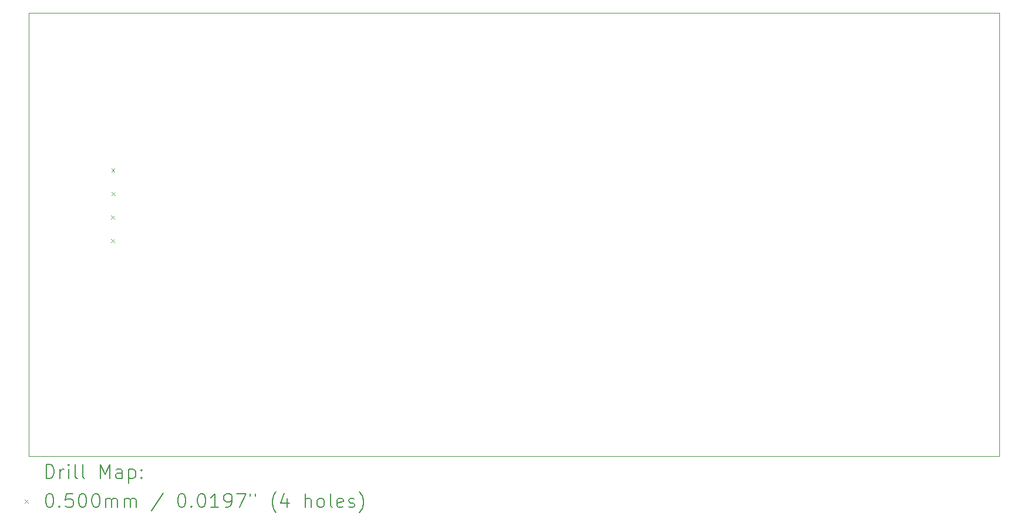
<source format=gbr>
%TF.GenerationSoftware,KiCad,Pcbnew,8.0.6*%
%TF.CreationDate,2025-02-07T02:34:47-05:00*%
%TF.ProjectId,SCAN,5343414e-2e6b-4696-9361-645f70636258,v1.0*%
%TF.SameCoordinates,Original*%
%TF.FileFunction,Drillmap*%
%TF.FilePolarity,Positive*%
%FSLAX45Y45*%
G04 Gerber Fmt 4.5, Leading zero omitted, Abs format (unit mm)*
G04 Created by KiCad (PCBNEW 8.0.6) date 2025-02-07 02:34:47*
%MOMM*%
%LPD*%
G01*
G04 APERTURE LIST*
%ADD10C,0.100000*%
%ADD11C,0.200000*%
G04 APERTURE END LIST*
D10*
X5700000Y-6800000D02*
X19700000Y-6800000D01*
X19700000Y-13200000D01*
X5700000Y-13200000D01*
X5700000Y-6800000D01*
D11*
D10*
X6889000Y-9728000D02*
X6939000Y-9778000D01*
X6939000Y-9728000D02*
X6889000Y-9778000D01*
X6889000Y-10067000D02*
X6939000Y-10117000D01*
X6939000Y-10067000D02*
X6889000Y-10117000D01*
X6893000Y-9045000D02*
X6943000Y-9095000D01*
X6943000Y-9045000D02*
X6893000Y-9095000D01*
X6896000Y-9387000D02*
X6946000Y-9437000D01*
X6946000Y-9387000D02*
X6896000Y-9437000D01*
D11*
X5955777Y-13516484D02*
X5955777Y-13316484D01*
X5955777Y-13316484D02*
X6003396Y-13316484D01*
X6003396Y-13316484D02*
X6031967Y-13326008D01*
X6031967Y-13326008D02*
X6051015Y-13345055D01*
X6051015Y-13345055D02*
X6060539Y-13364103D01*
X6060539Y-13364103D02*
X6070062Y-13402198D01*
X6070062Y-13402198D02*
X6070062Y-13430769D01*
X6070062Y-13430769D02*
X6060539Y-13468865D01*
X6060539Y-13468865D02*
X6051015Y-13487912D01*
X6051015Y-13487912D02*
X6031967Y-13506960D01*
X6031967Y-13506960D02*
X6003396Y-13516484D01*
X6003396Y-13516484D02*
X5955777Y-13516484D01*
X6155777Y-13516484D02*
X6155777Y-13383150D01*
X6155777Y-13421246D02*
X6165301Y-13402198D01*
X6165301Y-13402198D02*
X6174824Y-13392674D01*
X6174824Y-13392674D02*
X6193872Y-13383150D01*
X6193872Y-13383150D02*
X6212920Y-13383150D01*
X6279586Y-13516484D02*
X6279586Y-13383150D01*
X6279586Y-13316484D02*
X6270062Y-13326008D01*
X6270062Y-13326008D02*
X6279586Y-13335531D01*
X6279586Y-13335531D02*
X6289110Y-13326008D01*
X6289110Y-13326008D02*
X6279586Y-13316484D01*
X6279586Y-13316484D02*
X6279586Y-13335531D01*
X6403396Y-13516484D02*
X6384348Y-13506960D01*
X6384348Y-13506960D02*
X6374824Y-13487912D01*
X6374824Y-13487912D02*
X6374824Y-13316484D01*
X6508158Y-13516484D02*
X6489110Y-13506960D01*
X6489110Y-13506960D02*
X6479586Y-13487912D01*
X6479586Y-13487912D02*
X6479586Y-13316484D01*
X6736729Y-13516484D02*
X6736729Y-13316484D01*
X6736729Y-13316484D02*
X6803396Y-13459341D01*
X6803396Y-13459341D02*
X6870062Y-13316484D01*
X6870062Y-13316484D02*
X6870062Y-13516484D01*
X7051015Y-13516484D02*
X7051015Y-13411722D01*
X7051015Y-13411722D02*
X7041491Y-13392674D01*
X7041491Y-13392674D02*
X7022443Y-13383150D01*
X7022443Y-13383150D02*
X6984348Y-13383150D01*
X6984348Y-13383150D02*
X6965301Y-13392674D01*
X7051015Y-13506960D02*
X7031967Y-13516484D01*
X7031967Y-13516484D02*
X6984348Y-13516484D01*
X6984348Y-13516484D02*
X6965301Y-13506960D01*
X6965301Y-13506960D02*
X6955777Y-13487912D01*
X6955777Y-13487912D02*
X6955777Y-13468865D01*
X6955777Y-13468865D02*
X6965301Y-13449817D01*
X6965301Y-13449817D02*
X6984348Y-13440293D01*
X6984348Y-13440293D02*
X7031967Y-13440293D01*
X7031967Y-13440293D02*
X7051015Y-13430769D01*
X7146253Y-13383150D02*
X7146253Y-13583150D01*
X7146253Y-13392674D02*
X7165301Y-13383150D01*
X7165301Y-13383150D02*
X7203396Y-13383150D01*
X7203396Y-13383150D02*
X7222443Y-13392674D01*
X7222443Y-13392674D02*
X7231967Y-13402198D01*
X7231967Y-13402198D02*
X7241491Y-13421246D01*
X7241491Y-13421246D02*
X7241491Y-13478388D01*
X7241491Y-13478388D02*
X7231967Y-13497436D01*
X7231967Y-13497436D02*
X7222443Y-13506960D01*
X7222443Y-13506960D02*
X7203396Y-13516484D01*
X7203396Y-13516484D02*
X7165301Y-13516484D01*
X7165301Y-13516484D02*
X7146253Y-13506960D01*
X7327205Y-13497436D02*
X7336729Y-13506960D01*
X7336729Y-13506960D02*
X7327205Y-13516484D01*
X7327205Y-13516484D02*
X7317682Y-13506960D01*
X7317682Y-13506960D02*
X7327205Y-13497436D01*
X7327205Y-13497436D02*
X7327205Y-13516484D01*
X7327205Y-13392674D02*
X7336729Y-13402198D01*
X7336729Y-13402198D02*
X7327205Y-13411722D01*
X7327205Y-13411722D02*
X7317682Y-13402198D01*
X7317682Y-13402198D02*
X7327205Y-13392674D01*
X7327205Y-13392674D02*
X7327205Y-13411722D01*
D10*
X5645000Y-13820000D02*
X5695000Y-13870000D01*
X5695000Y-13820000D02*
X5645000Y-13870000D01*
D11*
X5993872Y-13736484D02*
X6012920Y-13736484D01*
X6012920Y-13736484D02*
X6031967Y-13746008D01*
X6031967Y-13746008D02*
X6041491Y-13755531D01*
X6041491Y-13755531D02*
X6051015Y-13774579D01*
X6051015Y-13774579D02*
X6060539Y-13812674D01*
X6060539Y-13812674D02*
X6060539Y-13860293D01*
X6060539Y-13860293D02*
X6051015Y-13898388D01*
X6051015Y-13898388D02*
X6041491Y-13917436D01*
X6041491Y-13917436D02*
X6031967Y-13926960D01*
X6031967Y-13926960D02*
X6012920Y-13936484D01*
X6012920Y-13936484D02*
X5993872Y-13936484D01*
X5993872Y-13936484D02*
X5974824Y-13926960D01*
X5974824Y-13926960D02*
X5965301Y-13917436D01*
X5965301Y-13917436D02*
X5955777Y-13898388D01*
X5955777Y-13898388D02*
X5946253Y-13860293D01*
X5946253Y-13860293D02*
X5946253Y-13812674D01*
X5946253Y-13812674D02*
X5955777Y-13774579D01*
X5955777Y-13774579D02*
X5965301Y-13755531D01*
X5965301Y-13755531D02*
X5974824Y-13746008D01*
X5974824Y-13746008D02*
X5993872Y-13736484D01*
X6146253Y-13917436D02*
X6155777Y-13926960D01*
X6155777Y-13926960D02*
X6146253Y-13936484D01*
X6146253Y-13936484D02*
X6136729Y-13926960D01*
X6136729Y-13926960D02*
X6146253Y-13917436D01*
X6146253Y-13917436D02*
X6146253Y-13936484D01*
X6336729Y-13736484D02*
X6241491Y-13736484D01*
X6241491Y-13736484D02*
X6231967Y-13831722D01*
X6231967Y-13831722D02*
X6241491Y-13822198D01*
X6241491Y-13822198D02*
X6260539Y-13812674D01*
X6260539Y-13812674D02*
X6308158Y-13812674D01*
X6308158Y-13812674D02*
X6327205Y-13822198D01*
X6327205Y-13822198D02*
X6336729Y-13831722D01*
X6336729Y-13831722D02*
X6346253Y-13850769D01*
X6346253Y-13850769D02*
X6346253Y-13898388D01*
X6346253Y-13898388D02*
X6336729Y-13917436D01*
X6336729Y-13917436D02*
X6327205Y-13926960D01*
X6327205Y-13926960D02*
X6308158Y-13936484D01*
X6308158Y-13936484D02*
X6260539Y-13936484D01*
X6260539Y-13936484D02*
X6241491Y-13926960D01*
X6241491Y-13926960D02*
X6231967Y-13917436D01*
X6470062Y-13736484D02*
X6489110Y-13736484D01*
X6489110Y-13736484D02*
X6508158Y-13746008D01*
X6508158Y-13746008D02*
X6517682Y-13755531D01*
X6517682Y-13755531D02*
X6527205Y-13774579D01*
X6527205Y-13774579D02*
X6536729Y-13812674D01*
X6536729Y-13812674D02*
X6536729Y-13860293D01*
X6536729Y-13860293D02*
X6527205Y-13898388D01*
X6527205Y-13898388D02*
X6517682Y-13917436D01*
X6517682Y-13917436D02*
X6508158Y-13926960D01*
X6508158Y-13926960D02*
X6489110Y-13936484D01*
X6489110Y-13936484D02*
X6470062Y-13936484D01*
X6470062Y-13936484D02*
X6451015Y-13926960D01*
X6451015Y-13926960D02*
X6441491Y-13917436D01*
X6441491Y-13917436D02*
X6431967Y-13898388D01*
X6431967Y-13898388D02*
X6422443Y-13860293D01*
X6422443Y-13860293D02*
X6422443Y-13812674D01*
X6422443Y-13812674D02*
X6431967Y-13774579D01*
X6431967Y-13774579D02*
X6441491Y-13755531D01*
X6441491Y-13755531D02*
X6451015Y-13746008D01*
X6451015Y-13746008D02*
X6470062Y-13736484D01*
X6660539Y-13736484D02*
X6679586Y-13736484D01*
X6679586Y-13736484D02*
X6698634Y-13746008D01*
X6698634Y-13746008D02*
X6708158Y-13755531D01*
X6708158Y-13755531D02*
X6717682Y-13774579D01*
X6717682Y-13774579D02*
X6727205Y-13812674D01*
X6727205Y-13812674D02*
X6727205Y-13860293D01*
X6727205Y-13860293D02*
X6717682Y-13898388D01*
X6717682Y-13898388D02*
X6708158Y-13917436D01*
X6708158Y-13917436D02*
X6698634Y-13926960D01*
X6698634Y-13926960D02*
X6679586Y-13936484D01*
X6679586Y-13936484D02*
X6660539Y-13936484D01*
X6660539Y-13936484D02*
X6641491Y-13926960D01*
X6641491Y-13926960D02*
X6631967Y-13917436D01*
X6631967Y-13917436D02*
X6622443Y-13898388D01*
X6622443Y-13898388D02*
X6612920Y-13860293D01*
X6612920Y-13860293D02*
X6612920Y-13812674D01*
X6612920Y-13812674D02*
X6622443Y-13774579D01*
X6622443Y-13774579D02*
X6631967Y-13755531D01*
X6631967Y-13755531D02*
X6641491Y-13746008D01*
X6641491Y-13746008D02*
X6660539Y-13736484D01*
X6812920Y-13936484D02*
X6812920Y-13803150D01*
X6812920Y-13822198D02*
X6822443Y-13812674D01*
X6822443Y-13812674D02*
X6841491Y-13803150D01*
X6841491Y-13803150D02*
X6870063Y-13803150D01*
X6870063Y-13803150D02*
X6889110Y-13812674D01*
X6889110Y-13812674D02*
X6898634Y-13831722D01*
X6898634Y-13831722D02*
X6898634Y-13936484D01*
X6898634Y-13831722D02*
X6908158Y-13812674D01*
X6908158Y-13812674D02*
X6927205Y-13803150D01*
X6927205Y-13803150D02*
X6955777Y-13803150D01*
X6955777Y-13803150D02*
X6974824Y-13812674D01*
X6974824Y-13812674D02*
X6984348Y-13831722D01*
X6984348Y-13831722D02*
X6984348Y-13936484D01*
X7079586Y-13936484D02*
X7079586Y-13803150D01*
X7079586Y-13822198D02*
X7089110Y-13812674D01*
X7089110Y-13812674D02*
X7108158Y-13803150D01*
X7108158Y-13803150D02*
X7136729Y-13803150D01*
X7136729Y-13803150D02*
X7155777Y-13812674D01*
X7155777Y-13812674D02*
X7165301Y-13831722D01*
X7165301Y-13831722D02*
X7165301Y-13936484D01*
X7165301Y-13831722D02*
X7174824Y-13812674D01*
X7174824Y-13812674D02*
X7193872Y-13803150D01*
X7193872Y-13803150D02*
X7222443Y-13803150D01*
X7222443Y-13803150D02*
X7241491Y-13812674D01*
X7241491Y-13812674D02*
X7251015Y-13831722D01*
X7251015Y-13831722D02*
X7251015Y-13936484D01*
X7641491Y-13726960D02*
X7470063Y-13984103D01*
X7898634Y-13736484D02*
X7917682Y-13736484D01*
X7917682Y-13736484D02*
X7936729Y-13746008D01*
X7936729Y-13746008D02*
X7946253Y-13755531D01*
X7946253Y-13755531D02*
X7955777Y-13774579D01*
X7955777Y-13774579D02*
X7965301Y-13812674D01*
X7965301Y-13812674D02*
X7965301Y-13860293D01*
X7965301Y-13860293D02*
X7955777Y-13898388D01*
X7955777Y-13898388D02*
X7946253Y-13917436D01*
X7946253Y-13917436D02*
X7936729Y-13926960D01*
X7936729Y-13926960D02*
X7917682Y-13936484D01*
X7917682Y-13936484D02*
X7898634Y-13936484D01*
X7898634Y-13936484D02*
X7879586Y-13926960D01*
X7879586Y-13926960D02*
X7870063Y-13917436D01*
X7870063Y-13917436D02*
X7860539Y-13898388D01*
X7860539Y-13898388D02*
X7851015Y-13860293D01*
X7851015Y-13860293D02*
X7851015Y-13812674D01*
X7851015Y-13812674D02*
X7860539Y-13774579D01*
X7860539Y-13774579D02*
X7870063Y-13755531D01*
X7870063Y-13755531D02*
X7879586Y-13746008D01*
X7879586Y-13746008D02*
X7898634Y-13736484D01*
X8051015Y-13917436D02*
X8060539Y-13926960D01*
X8060539Y-13926960D02*
X8051015Y-13936484D01*
X8051015Y-13936484D02*
X8041491Y-13926960D01*
X8041491Y-13926960D02*
X8051015Y-13917436D01*
X8051015Y-13917436D02*
X8051015Y-13936484D01*
X8184348Y-13736484D02*
X8203396Y-13736484D01*
X8203396Y-13736484D02*
X8222444Y-13746008D01*
X8222444Y-13746008D02*
X8231967Y-13755531D01*
X8231967Y-13755531D02*
X8241491Y-13774579D01*
X8241491Y-13774579D02*
X8251015Y-13812674D01*
X8251015Y-13812674D02*
X8251015Y-13860293D01*
X8251015Y-13860293D02*
X8241491Y-13898388D01*
X8241491Y-13898388D02*
X8231967Y-13917436D01*
X8231967Y-13917436D02*
X8222444Y-13926960D01*
X8222444Y-13926960D02*
X8203396Y-13936484D01*
X8203396Y-13936484D02*
X8184348Y-13936484D01*
X8184348Y-13936484D02*
X8165301Y-13926960D01*
X8165301Y-13926960D02*
X8155777Y-13917436D01*
X8155777Y-13917436D02*
X8146253Y-13898388D01*
X8146253Y-13898388D02*
X8136729Y-13860293D01*
X8136729Y-13860293D02*
X8136729Y-13812674D01*
X8136729Y-13812674D02*
X8146253Y-13774579D01*
X8146253Y-13774579D02*
X8155777Y-13755531D01*
X8155777Y-13755531D02*
X8165301Y-13746008D01*
X8165301Y-13746008D02*
X8184348Y-13736484D01*
X8441491Y-13936484D02*
X8327206Y-13936484D01*
X8384348Y-13936484D02*
X8384348Y-13736484D01*
X8384348Y-13736484D02*
X8365301Y-13765055D01*
X8365301Y-13765055D02*
X8346253Y-13784103D01*
X8346253Y-13784103D02*
X8327206Y-13793627D01*
X8536729Y-13936484D02*
X8574825Y-13936484D01*
X8574825Y-13936484D02*
X8593872Y-13926960D01*
X8593872Y-13926960D02*
X8603396Y-13917436D01*
X8603396Y-13917436D02*
X8622444Y-13888865D01*
X8622444Y-13888865D02*
X8631968Y-13850769D01*
X8631968Y-13850769D02*
X8631968Y-13774579D01*
X8631968Y-13774579D02*
X8622444Y-13755531D01*
X8622444Y-13755531D02*
X8612920Y-13746008D01*
X8612920Y-13746008D02*
X8593872Y-13736484D01*
X8593872Y-13736484D02*
X8555777Y-13736484D01*
X8555777Y-13736484D02*
X8536729Y-13746008D01*
X8536729Y-13746008D02*
X8527206Y-13755531D01*
X8527206Y-13755531D02*
X8517682Y-13774579D01*
X8517682Y-13774579D02*
X8517682Y-13822198D01*
X8517682Y-13822198D02*
X8527206Y-13841246D01*
X8527206Y-13841246D02*
X8536729Y-13850769D01*
X8536729Y-13850769D02*
X8555777Y-13860293D01*
X8555777Y-13860293D02*
X8593872Y-13860293D01*
X8593872Y-13860293D02*
X8612920Y-13850769D01*
X8612920Y-13850769D02*
X8622444Y-13841246D01*
X8622444Y-13841246D02*
X8631968Y-13822198D01*
X8698634Y-13736484D02*
X8831968Y-13736484D01*
X8831968Y-13736484D02*
X8746253Y-13936484D01*
X8898634Y-13736484D02*
X8898634Y-13774579D01*
X8974825Y-13736484D02*
X8974825Y-13774579D01*
X9270063Y-14012674D02*
X9260539Y-14003150D01*
X9260539Y-14003150D02*
X9241491Y-13974579D01*
X9241491Y-13974579D02*
X9231968Y-13955531D01*
X9231968Y-13955531D02*
X9222444Y-13926960D01*
X9222444Y-13926960D02*
X9212920Y-13879341D01*
X9212920Y-13879341D02*
X9212920Y-13841246D01*
X9212920Y-13841246D02*
X9222444Y-13793627D01*
X9222444Y-13793627D02*
X9231968Y-13765055D01*
X9231968Y-13765055D02*
X9241491Y-13746008D01*
X9241491Y-13746008D02*
X9260539Y-13717436D01*
X9260539Y-13717436D02*
X9270063Y-13707912D01*
X9431968Y-13803150D02*
X9431968Y-13936484D01*
X9384349Y-13726960D02*
X9336730Y-13869817D01*
X9336730Y-13869817D02*
X9460539Y-13869817D01*
X9689111Y-13936484D02*
X9689111Y-13736484D01*
X9774825Y-13936484D02*
X9774825Y-13831722D01*
X9774825Y-13831722D02*
X9765301Y-13812674D01*
X9765301Y-13812674D02*
X9746253Y-13803150D01*
X9746253Y-13803150D02*
X9717682Y-13803150D01*
X9717682Y-13803150D02*
X9698634Y-13812674D01*
X9698634Y-13812674D02*
X9689111Y-13822198D01*
X9898634Y-13936484D02*
X9879587Y-13926960D01*
X9879587Y-13926960D02*
X9870063Y-13917436D01*
X9870063Y-13917436D02*
X9860539Y-13898388D01*
X9860539Y-13898388D02*
X9860539Y-13841246D01*
X9860539Y-13841246D02*
X9870063Y-13822198D01*
X9870063Y-13822198D02*
X9879587Y-13812674D01*
X9879587Y-13812674D02*
X9898634Y-13803150D01*
X9898634Y-13803150D02*
X9927206Y-13803150D01*
X9927206Y-13803150D02*
X9946253Y-13812674D01*
X9946253Y-13812674D02*
X9955777Y-13822198D01*
X9955777Y-13822198D02*
X9965301Y-13841246D01*
X9965301Y-13841246D02*
X9965301Y-13898388D01*
X9965301Y-13898388D02*
X9955777Y-13917436D01*
X9955777Y-13917436D02*
X9946253Y-13926960D01*
X9946253Y-13926960D02*
X9927206Y-13936484D01*
X9927206Y-13936484D02*
X9898634Y-13936484D01*
X10079587Y-13936484D02*
X10060539Y-13926960D01*
X10060539Y-13926960D02*
X10051015Y-13907912D01*
X10051015Y-13907912D02*
X10051015Y-13736484D01*
X10231968Y-13926960D02*
X10212920Y-13936484D01*
X10212920Y-13936484D02*
X10174825Y-13936484D01*
X10174825Y-13936484D02*
X10155777Y-13926960D01*
X10155777Y-13926960D02*
X10146253Y-13907912D01*
X10146253Y-13907912D02*
X10146253Y-13831722D01*
X10146253Y-13831722D02*
X10155777Y-13812674D01*
X10155777Y-13812674D02*
X10174825Y-13803150D01*
X10174825Y-13803150D02*
X10212920Y-13803150D01*
X10212920Y-13803150D02*
X10231968Y-13812674D01*
X10231968Y-13812674D02*
X10241492Y-13831722D01*
X10241492Y-13831722D02*
X10241492Y-13850769D01*
X10241492Y-13850769D02*
X10146253Y-13869817D01*
X10317682Y-13926960D02*
X10336730Y-13936484D01*
X10336730Y-13936484D02*
X10374825Y-13936484D01*
X10374825Y-13936484D02*
X10393873Y-13926960D01*
X10393873Y-13926960D02*
X10403396Y-13907912D01*
X10403396Y-13907912D02*
X10403396Y-13898388D01*
X10403396Y-13898388D02*
X10393873Y-13879341D01*
X10393873Y-13879341D02*
X10374825Y-13869817D01*
X10374825Y-13869817D02*
X10346253Y-13869817D01*
X10346253Y-13869817D02*
X10327206Y-13860293D01*
X10327206Y-13860293D02*
X10317682Y-13841246D01*
X10317682Y-13841246D02*
X10317682Y-13831722D01*
X10317682Y-13831722D02*
X10327206Y-13812674D01*
X10327206Y-13812674D02*
X10346253Y-13803150D01*
X10346253Y-13803150D02*
X10374825Y-13803150D01*
X10374825Y-13803150D02*
X10393873Y-13812674D01*
X10470063Y-14012674D02*
X10479587Y-14003150D01*
X10479587Y-14003150D02*
X10498634Y-13974579D01*
X10498634Y-13974579D02*
X10508158Y-13955531D01*
X10508158Y-13955531D02*
X10517682Y-13926960D01*
X10517682Y-13926960D02*
X10527206Y-13879341D01*
X10527206Y-13879341D02*
X10527206Y-13841246D01*
X10527206Y-13841246D02*
X10517682Y-13793627D01*
X10517682Y-13793627D02*
X10508158Y-13765055D01*
X10508158Y-13765055D02*
X10498634Y-13746008D01*
X10498634Y-13746008D02*
X10479587Y-13717436D01*
X10479587Y-13717436D02*
X10470063Y-13707912D01*
M02*

</source>
